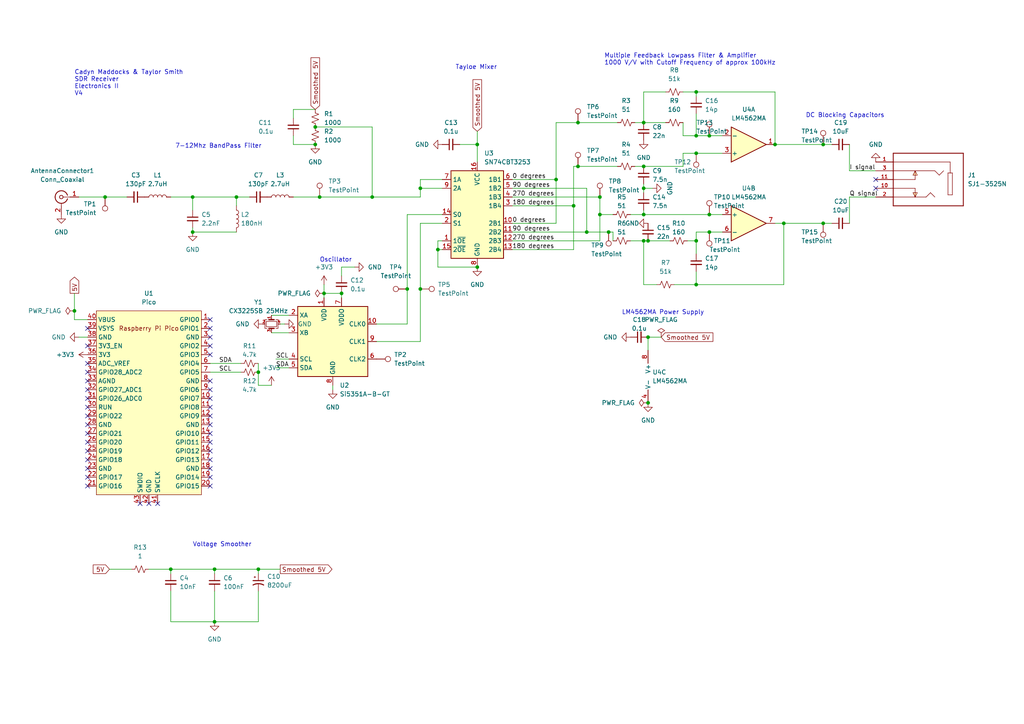
<source format=kicad_sch>
(kicad_sch (version 20211123) (generator eeschema)
  (paper "A4")
  (title_block (title "SDR Receiver"))
  (lib_symbols
    (symbol "Amplifier_Operational:LM2904" (pin_names (offset 0.127))
      (property "Reference" "U" (at 0 5.08 0))
      (property "Value" "LM2904" (at 0 -5.08 0))
      (symbol "LM2904_1_1"
        (polyline (pts (xy -5.08 5.08) (xy 5.08 0) (xy -5.08 -5.08) (xy -5.08 5.08)) (stroke (width 0.254)) (fill (type background)))
        (pin output line (at 7.62 0 180) (length 2.54) (name "~") (number "1"))
        (pin input line (at -7.62 -2.54 0) (length 2.54) (name "-") (number "2"))
        (pin input line (at -7.62 2.54 0) (length 2.54) (name "+") (number "3"))
      )
      (symbol "LM2904_2_1"
        (polyline (pts (xy -5.08 5.08) (xy 5.08 0) (xy -5.08 -5.08) (xy -5.08 5.08)) (stroke (width 0.254)) (fill (type background)))
        (pin input line (at -7.62 2.54 0) (length 2.54) (name "+") (number "5"))
        (pin input line (at -7.62 -2.54 0) (length 2.54) (name "-") (number "6"))
        (pin output line (at 7.62 0 180) (length 2.54) (name "~") (number "7"))
      )
      (symbol "LM2904_3_1"
        (pin power_in line (at -2.54 -7.62 90) (length 3.81) (name "V-") (number "4"))
        (pin power_in line (at -2.54 7.62 270) (length 3.81) (name "V+") (number "8"))
      )
    )
    (symbol "Analog_Switch:SN74CBT3253"
      (property "Reference" "U" (at -7.62 13.97 0))
      (property "Value" "SN74CBT3253" (at -11.43 -13.97 0))
      (symbol "SN74CBT3253_0_1"
        (rectangle (start -7.62 12.7) (end 7.62 -12.7) (stroke (width 0.254)) (fill (type background)))
        (rectangle (start 7.62 -12.7) (end 7.62 -12.7))
      )
      (symbol "SN74CBT3253_1_1"
        (pin input line (at -10.16 -7.62 0) (length 2.54) (name "1~{OE}") (number "1"))
        (pin bidirectional line (at 10.16 -2.54 180) (length 2.54) (name "2B1") (number "10"))
        (pin bidirectional line (at 10.16 -5.08 180) (length 2.54) (name "2B2") (number "11"))
        (pin bidirectional line (at 10.16 -7.62 180) (length 2.54) (name "2B3") (number "12"))
        (pin bidirectional line (at 10.16 -10.16 180) (length 2.54) (name "2B4") (number "13"))
        (pin input line (at -10.16 0 0) (length 2.54) (name "S0") (number "14"))
        (pin input line (at -10.16 -10.16 0) (length 2.54) (name "2~{OE}") (number "15"))
        (pin power_in line (at 0 15.24 270) (length 2.54) (name "VCC") (number "16"))
        (pin input line (at -10.16 -2.54 0) (length 2.54) (name "S1") (number "2"))
        (pin bidirectional line (at 10.16 2.54 180) (length 2.54) (name "1B4") (number "3"))
        (pin bidirectional line (at 10.16 5.08 180) (length 2.54) (name "1B3") (number "4"))
        (pin bidirectional line (at 10.16 7.62 180) (length 2.54) (name "1B2") (number "5"))
        (pin bidirectional line (at 10.16 10.16 180) (length 2.54) (name "1B1") (number "6"))
        (pin bidirectional line (at -10.16 10.16 0) (length 2.54) (name "1A") (number "7"))
        (pin power_in line (at 0 -15.24 90) (length 2.54) (name "GND") (number "8"))
        (pin bidirectional line (at -10.16 7.62 0) (length 2.54) (name "2A") (number "9"))
      )
    )
    (symbol "Audio_Jack_Sterio3:SJ1-3525N" (pin_names (offset 1.016) hide)
      (property "Reference" "J" (at -10.16 10.16 0))
      (property "Value" "SJ1-3525N" (at -10.16 -12.7254 0))
      (symbol "SJ1-3525N_0_0"
        (polyline (pts (xy -10.16 -7.62) (xy 10.16 -7.62)) (stroke (width 0.254)))
        (polyline (pts (xy -10.16 7.62) (xy -10.16 -7.62)) (stroke (width 0.254)))
        (polyline (pts (xy -6.985 -4.445) (xy -6.985 1.905)) (stroke (width 0.1524)))
        (polyline (pts (xy -6.985 1.905) (xy -6.35 1.905)) (stroke (width 0.1524)))
        (polyline (pts (xy -6.35 1.905) (xy -5.715 1.905)) (stroke (width 0.1524)))
        (polyline (pts (xy -6.35 5.08) (xy -6.35 1.905)) (stroke (width 0.1524)))
        (polyline (pts (xy -5.715 -4.445) (xy -6.985 -4.445)) (stroke (width 0.1524)))
        (polyline (pts (xy -5.715 1.905) (xy -5.715 -4.445)) (stroke (width 0.1524)))
        (polyline (pts (xy -3.175 1.27) (xy -4.445 2.54)) (stroke (width 0.1524)))
        (polyline (pts (xy -1.905 2.54) (xy -3.175 1.27)) (stroke (width 0.1524)))
        (polyline (pts (xy -0.635 -3.81) (xy -1.905 -5.08)) (stroke (width 0.1524)))
        (polyline (pts (xy 0.635 -5.08) (xy -0.635 -3.81)) (stroke (width 0.1524)))
        (polyline (pts (xy 3.81 -5.08) (xy 0.635 -5.08)) (stroke (width 0.1524)))
        (polyline (pts (xy 3.81 -2.54) (xy 3.81 -5.08)) (stroke (width 0.1524)))
        (polyline (pts (xy 3.81 2.54) (xy -1.905 2.54)) (stroke (width 0.1524)))
        (polyline (pts (xy 3.81 2.54) (xy 3.81 0)) (stroke (width 0.1524)))
        (polyline (pts (xy 10.16 -7.62) (xy 10.16 -5.08)) (stroke (width 0.254)))
        (polyline (pts (xy 10.16 -5.08) (xy 3.81 -5.08)) (stroke (width 0.1524)))
        (polyline (pts (xy 10.16 -5.08) (xy 10.16 -2.54)) (stroke (width 0.254)))
        (polyline (pts (xy 10.16 -2.54) (xy 3.81 -2.54)) (stroke (width 0.1524)))
        (polyline (pts (xy 10.16 -2.54) (xy 10.16 0)) (stroke (width 0.254)))
        (polyline (pts (xy 10.16 0) (xy 3.81 0)) (stroke (width 0.1524)))
        (polyline (pts (xy 10.16 0) (xy 10.16 2.54)) (stroke (width 0.254)))
        (polyline (pts (xy 10.16 2.54) (xy 3.81 2.54)) (stroke (width 0.1524)))
        (polyline (pts (xy 10.16 2.54) (xy 10.16 5.08)) (stroke (width 0.254)))
        (polyline (pts (xy 10.16 5.08) (xy -6.35 5.08)) (stroke (width 0.1524)))
        (polyline (pts (xy 10.16 5.08) (xy 10.16 7.62)) (stroke (width 0.254)))
        (polyline (pts (xy 10.16 7.62) (xy -10.16 7.62)) (stroke (width 0.254)))
        (polyline (pts (xy 3.81 -5.08) (xy 3.175 -3.81) (xy 4.445 -3.81) (xy 3.81 -5.08)) (stroke (width 0.1524)) (fill (type background)))
        (polyline (pts (xy 3.81 2.54) (xy 4.445 1.27) (xy 3.175 1.27) (xy 3.81 2.54)) (stroke (width 0.1524)) (fill (type background)))
        (pin passive line (at 15.24 5.08 180) (length 5.08) (name "~") (number "1"))
        (pin passive line (at 15.24 -2.54 180) (length 5.08) (name "~") (number "10"))
        (pin passive line (at 15.24 0 180) (length 5.08) (name "~") (number "11"))
        (pin passive line (at 15.24 -5.08 180) (length 5.08) (name "~") (number "2"))
        (pin passive line (at 15.24 2.54 180) (length 5.08) (name "~") (number "3"))
      )
    )
    (symbol "Connector:Conn_Coaxial" (pin_names (offset 1.016) hide)
      (property "Reference" "J" (at 0.254 3.048 0))
      (property "Value" "Conn_Coaxial" (at 2.921 0 90))
      (symbol "Conn_Coaxial_0_1"
        (arc (start -1.778 -0.508) (mid 0.2311 -1.8066) (end 1.778 0) (stroke (width 0.254)))
        (polyline (pts (xy -2.54 0) (xy -0.508 0)))
        (polyline (pts (xy 0 -2.54) (xy 0 -1.778)))
        (circle (center 0 0) (radius 0.508) (stroke (width 0.2032)))
        (arc (start 1.778 0) (mid 0.2099 1.8101) (end -1.778 0.508) (stroke (width 0.254)))
      )
      (symbol "Conn_Coaxial_1_1"
        (pin passive line (at -5.08 0 0) (length 2.54) (name "In") (number "1"))
        (pin passive line (at 0 -5.08 90) (length 2.54) (name "Ext") (number "2"))
      )
    )
    (symbol "Connector:TestPoint" (pin_numbers hide) (pin_names (offset 0.762) hide)
      (property "Reference" "TP" (at 0 6.858 0))
      (property "Value" "TestPoint" (at 0 5.08 0))
      (symbol "TestPoint_0_1"
        (circle (center 0 3.302) (radius 0.762))
      )
      (symbol "TestPoint_1_1"
        (pin passive line (at 0 0 90) (length 2.54) (name "1") (number "1"))
      )
    )
    (symbol "Device:C_Polarized_Small_US" (pin_numbers hide) (pin_names (offset 0.254) hide)
      (property "Reference" "C" (at 0.254 1.778 0))
      (property "Value" "C_Polarized_Small_US" (at 0.254 -2.032 0))
      (symbol "C_Polarized_Small_US_0_1"
        (polyline (pts (xy -1.524 0.508) (xy 1.524 0.508)) (stroke (width 0.3048)))
        (polyline (pts (xy -1.27 1.524) (xy -0.762 1.524)))
        (polyline (pts (xy -1.016 1.27) (xy -1.016 1.778)))
        (arc (start 1.524 -0.762) (mid 0 -0.3734) (end -1.524 -0.762) (stroke (width 0.3048)))
      )
      (symbol "C_Polarized_Small_US_1_1"
        (pin passive line (at 0 2.54 270) (length 2.032) (name "~") (number "1"))
        (pin passive line (at 0 -2.54 90) (length 2.032) (name "~") (number "2"))
      )
    )
    (symbol "Device:C_Small" (pin_numbers hide) (pin_names (offset 0.254) hide)
      (property "Reference" "C" (at 0.254 1.778 0))
      (property "Value" "C_Small" (at 0.254 -2.032 0))
      (symbol "C_Small_0_1"
        (polyline (pts (xy -1.524 -0.508) (xy 1.524 -0.508)) (stroke (width 0.3302)))
        (polyline (pts (xy -1.524 0.508) (xy 1.524 0.508)) (stroke (width 0.3048)))
      )
      (symbol "C_Small_1_1"
        (pin passive line (at 0 2.54 270) (length 2.032) (name "~") (number "1"))
        (pin passive line (at 0 -2.54 90) (length 2.032) (name "~") (number "2"))
      )
    )
    (symbol "Device:Crystal_GND24_Small" (pin_names (offset 1.016) hide)
      (property "Reference" "Y" (at 1.27 4.445 0))
      (property "Value" "Crystal_GND24_Small" (at 1.27 2.54 0))
      (symbol "Crystal_GND24_Small_0_1"
        (rectangle (start -0.762 -1.524) (end 0.762 1.524))
        (polyline (pts (xy -1.27 -0.762) (xy -1.27 0.762)) (stroke (width 0.381)))
        (polyline (pts (xy 1.27 -0.762) (xy 1.27 0.762)) (stroke (width 0.381)))
        (polyline (pts (xy -1.27 -1.27) (xy -1.27 -1.905) (xy 1.27 -1.905) (xy 1.27 -1.27)))
        (polyline (pts (xy -1.27 1.27) (xy -1.27 1.905) (xy 1.27 1.905) (xy 1.27 1.27)))
      )
      (symbol "Crystal_GND24_Small_1_1"
        (pin passive line (at -2.54 0 0) (length 1.27) (name "1") (number "1"))
        (pin passive line (at 0 -2.54 90) (length 0.635) (name "2") (number "2"))
        (pin passive line (at 2.54 0 180) (length 1.27) (name "3") (number "3"))
        (pin passive line (at 0 2.54 270) (length 0.635) (name "4") (number "4"))
      )
    )
    (symbol "Device:L" (pin_numbers hide) (pin_names (offset 1.016) hide)
      (property "Reference" "L" (at -1.27 0 90))
      (property "Value" "L" (at 1.905 0 90))
      (symbol "L_0_1"
        (arc (start 0 -2.54) (mid 0.635 -1.905) (end 0 -1.27))
        (arc (start 0 -1.27) (mid 0.635 -0.635) (end 0 0))
        (arc (start 0 0) (mid 0.635 0.635) (end 0 1.27))
        (arc (start 0 1.27) (mid 0.635 1.905) (end 0 2.54))
      )
      (symbol "L_1_1"
        (pin passive line (at 0 3.81 270) (length 1.27) (name "1") (number "1"))
        (pin passive line (at 0 -3.81 90) (length 1.27) (name "2") (number "2"))
      )
    )
    (symbol "Device:R_Small_US" (pin_numbers hide) (pin_names (offset 0.254) hide)
      (property "Reference" "R" (at 0.762 0.508 0))
      (property "Value" "R_Small_US" (at 0.762 -1.016 0))
      (symbol "R_Small_US_1_1"
        (polyline (pts (xy 0 0) (xy 1.016 -0.381) (xy 0 -0.762) (xy -1.016 -1.143) (xy 0 -1.524)))
        (polyline (pts (xy 0 1.524) (xy 1.016 1.143) (xy 0 0.762) (xy -1.016 0.381) (xy 0 0)))
        (pin passive line (at 0 2.54 270) (length 1.016) (name "~") (number "1"))
        (pin passive line (at 0 -2.54 90) (length 1.016) (name "~") (number "2"))
      )
    )
    (symbol "MCU_RaspberryPi_and_Boards:Pico"
      (property "Reference" "U" (at -13.97 27.94 0))
      (property "Value" "Pico" (at 0 19.05 0))
      (symbol "Pico_0_0"
        (text "Raspberry Pi Pico" (at 0 21.59 0) (effects (font (size 1.27 1.27))))
      )
      (symbol "Pico_0_1"
        (rectangle (start -15.24 26.67) (end 15.24 -26.67) (fill (type background)))
      )
      (symbol "Pico_1_1"
        (pin bidirectional line (at -17.78 24.13 0) (length 2.54) (name "GPIO0") (number "1"))
        (pin bidirectional line (at -17.78 1.27 0) (length 2.54) (name "GPIO7") (number "10"))
        (pin bidirectional line (at -17.78 -1.27 0) (length 2.54) (name "GPIO8") (number "11"))
        (pin bidirectional line (at -17.78 -3.81 0) (length 2.54) (name "GPIO9") (number "12"))
        (pin power_in line (at -17.78 -6.35 0) (length 2.54) (name "GND") (number "13"))
        (pin bidirectional line (at -17.78 -8.89 0) (length 2.54) (name "GPIO10") (number "14"))
        (pin bidirectional line (at -17.78 -11.43 0) (length 2.54) (name "GPIO11") (number "15"))
        (pin bidirectional line (at -17.78 -13.97 0) (length 2.54) (name "GPIO12") (number "16"))
        (pin bidirectional line (at -17.78 -16.51 0) (length 2.54) (name "GPIO13") (number "17"))
        (pin power_in line (at -17.78 -19.05 0) (length 2.54) (name "GND") (number "18"))
        (pin bidirectional line (at -17.78 -21.59 0) (length 2.54) (name "GPIO14") (number "19"))
        (pin bidirectional line (at -17.78 21.59 0) (length 2.54) (name "GPIO1") (number "2"))
        (pin bidirectional line (at -17.78 -24.13 0) (length 2.54) (name "GPIO15") (number "20"))
        (pin bidirectional line (at 17.78 -24.13 180) (length 2.54) (name "GPIO16") (number "21"))
        (pin bidirectional line (at 17.78 -21.59 180) (length 2.54) (name "GPIO17") (number "22"))
        (pin power_in line (at 17.78 -19.05 180) (length 2.54) (name "GND") (number "23"))
        (pin bidirectional line (at 17.78 -16.51 180) (length 2.54) (name "GPIO18") (number "24"))
        (pin bidirectional line (at 17.78 -13.97 180) (length 2.54) (name "GPIO19") (number "25"))
        (pin bidirectional line (at 17.78 -11.43 180) (length 2.54) (name "GPIO20") (number "26"))
        (pin bidirectional line (at 17.78 -8.89 180) (length 2.54) (name "GPIO21") (number "27"))
        (pin power_in line (at 17.78 -6.35 180) (length 2.54) (name "GND") (number "28"))
        (pin bidirectional line (at 17.78 -3.81 180) (length 2.54) (name "GPIO22") (number "29"))
        (pin power_in line (at -17.78 19.05 0) (length 2.54) (name "GND") (number "3"))
        (pin input line (at 17.78 -1.27 180) (length 2.54) (name "RUN") (number "30"))
        (pin bidirectional line (at 17.78 1.27 180) (length 2.54) (name "GPIO26_ADC0") (number "31"))
        (pin bidirectional line (at 17.78 3.81 180) (length 2.54) (name "GPIO27_ADC1") (number "32"))
        (pin power_in line (at 17.78 6.35 180) (length 2.54) (name "AGND") (number "33"))
        (pin bidirectional line (at 17.78 8.89 180) (length 2.54) (name "GPIO28_ADC2") (number "34"))
        (pin power_in line (at 17.78 11.43 180) (length 2.54) (name "ADC_VREF") (number "35"))
        (pin power_in line (at 17.78 13.97 180) (length 2.54) (name "3V3") (number "36"))
        (pin input line (at 17.78 16.51 180) (length 2.54) (name "3V3_EN") (number "37"))
        (pin bidirectional line (at 17.78 19.05 180) (length 2.54) (name "GND") (number "38"))
        (pin power_in line (at 17.78 21.59 180) (length 2.54) (name "VSYS") (number "39"))
        (pin bidirectional line (at -17.78 16.51 0) (length 2.54) (name "GPIO2") (number "4"))
        (pin power_in line (at 17.78 24.13 180) (length 2.54) (name "VBUS") (number "40"))
        (pin input line (at -2.54 -29.21 90) (length 2.54) (name "SWCLK") (number "41"))
        (pin power_in line (at 0 -29.21 90) (length 2.54) (name "GND") (number "42"))
        (pin bidirectional line (at 2.54 -29.21 90) (length 2.54) (name "SWDIO") (number "43"))
        (pin bidirectional line (at -17.78 13.97 0) (length 2.54) (name "GPIO3") (number "5"))
        (pin bidirectional line (at -17.78 11.43 0) (length 2.54) (name "GPIO4") (number "6"))
        (pin bidirectional line (at -17.78 8.89 0) (length 2.54) (name "GPIO5") (number "7"))
        (pin power_in line (at -17.78 6.35 0) (length 2.54) (name "GND") (number "8"))
        (pin bidirectional line (at -17.78 3.81 0) (length 2.54) (name "GPIO6") (number "9"))
      )
    )
    (symbol "Oscillator:Si5351A-B-GT"
      (property "Reference" "U" (at -8.89 11.43 0))
      (property "Value" "Si5351A-B-GT" (at -12.7 -12.7 0))
      (symbol "Si5351A-B-GT_0_1"
        (rectangle (start -10.16 10.16) (end 10.16 -10.16) (stroke (width 0.254)) (fill (type background)))
      )
      (symbol "Si5351A-B-GT_1_1"
        (pin power_in line (at -2.54 12.7 270) (length 2.54) (name "VDD") (number "1"))
        (pin output line (at 12.7 5.08 180) (length 2.54) (name "CLK0") (number "10"))
        (pin input line (at -12.7 7.62 0) (length 2.54) (name "XA") (number "2"))
        (pin input line (at -12.7 2.54 0) (length 2.54) (name "XB") (number "3"))
        (pin input line (at -12.7 -5.08 0) (length 2.54) (name "SCL") (number "4"))
        (pin bidirectional line (at -12.7 -7.62 0) (length 2.54) (name "SDA") (number "5"))
        (pin output line (at 12.7 -5.08 180) (length 2.54) (name "CLK2") (number "6"))
        (pin power_in line (at 2.54 12.7 270) (length 2.54) (name "VDDO") (number "7"))
        (pin power_in line (at 0 -12.7 90) (length 2.54) (name "GND") (number "8"))
        (pin output line (at 12.7 0 180) (length 2.54) (name "CLK1") (number "9"))
      )
    )
    (symbol "power:+3.3V" (power) (pin_names (offset 0))
      (property "Value" "+3.3V" (at 0 3.556 0))
      (symbol "+3.3V_0_1"
        (polyline (pts (xy -0.762 1.27) (xy 0 2.54)))
        (polyline (pts (xy 0 0) (xy 0 2.54)))
        (polyline (pts (xy 0 2.54) (xy 0.762 1.27)))
      )
      (symbol "+3.3V_1_1"
        (pin power_in line (at 0 0 90) (length 0) hide (name "+3V3") (number "1"))
      )
    )
    (symbol "power:GND" (power) (pin_names (offset 0))
      (property "Value" "GND" (at 0 -3.81 0))
      (symbol "GND_0_1"
        (polyline (pts (xy 0 0) (xy 0 -1.27) (xy 1.27 -1.27) (xy 0 -2.54) (xy -1.27 -1.27) (xy 0 -1.27)))
      )
      (symbol "GND_1_1"
        (pin power_in line (at 0 0 270) (length 0) hide (name "GND") (number "1"))
      )
    )
    (symbol "power:PWR_FLAG" (power) (pin_numbers hide) (pin_names (offset 0) hide)
      (property "Value" "PWR_FLAG" (at 0 3.81 0))
      (symbol "PWR_FLAG_0_0"
        (pin power_out line (at 0 0 90) (length 0) (name "pwr") (number "1"))
      )
      (symbol "PWR_FLAG_0_1"
        (polyline (pts (xy 0 0) (xy 0 1.27) (xy -1.016 1.905) (xy 0 2.54) (xy 1.016 1.905) (xy 0 1.27)))
      )
    )
  )
  (junction (at 238.76 41.91))
  (junction (at 107.95 57.15))
  (junction (at 170.18 67.31))
  (junction (at 138.43 41.91))
  (junction (at 176.53 67.31))
  (junction (at 166.37 59.69))
  (junction (at 186.69 69.85))
  (junction (at 201.93 39.37))
  (junction (at 187.96 69.85))
  (junction (at 238.76 64.77))
  (junction (at 55.88 57.15))
  (junction (at 227.33 64.77))
  (junction (at 187.96 97.79))
  (junction (at 91.44 36.83))
  (junction (at 138.43 77.47))
  (junction (at 201.93 69.85))
  (junction (at 201.93 44.45))
  (junction (at 62.23 165.1))
  (junction (at 30.48 57.15))
  (junction (at 91.44 41.91))
  (junction (at 186.69 48.26))
  (junction (at 205.74 67.31))
  (junction (at 118.11 83.82))
  (junction (at 205.74 39.37))
  (junction (at 62.23 180.34))
  (junction (at 205.74 62.23))
  (junction (at 161.29 52.07))
  (junction (at 121.92 54.61))
  (junction (at 201.93 26.67))
  (junction (at 74.93 107.95))
  (junction (at 186.69 62.23))
  (junction (at 74.93 165.1))
  (junction (at 55.88 67.31))
  (junction (at 224.79 41.91))
  (junction (at 186.69 35.56))
  (junction (at 92.71 57.15))
  (junction (at 99.06 85.09))
  (junction (at 186.69 54.61))
  (junction (at 173.99 62.23))
  (junction (at 187.96 116.84))
  (junction (at 93.98 85.09))
  (junction (at 201.93 82.55))
  (junction (at 68.58 57.15))
  (junction (at 167.64 35.56))
  (junction (at 167.64 48.26))
  (junction (at 121.92 83.82))
  (junction (at 21.59 90.17))
  (junction (at 127 72.39))
  (junction (at 173.99 57.15))
  (junction (at 49.53 165.1))
  (no_connect (at 25.4 100.33))
  (no_connect (at 25.4 105.41))
  (no_connect (at 60.96 102.87))
  (no_connect (at 60.96 100.33))
  (no_connect (at 60.96 97.79))
  (no_connect (at 60.96 95.25))
  (no_connect (at 60.96 92.71))
  (no_connect (at 25.4 107.95))
  (no_connect (at 25.4 115.57))
  (no_connect (at 25.4 113.03))
  (no_connect (at 25.4 110.49))
  (no_connect (at 25.4 123.19))
  (no_connect (at 25.4 125.73))
  (no_connect (at 25.4 118.11))
  (no_connect (at 25.4 120.65))
  (no_connect (at 25.4 140.97))
  (no_connect (at 25.4 138.43))
  (no_connect (at 25.4 128.27))
  (no_connect (at 25.4 130.81))
  (no_connect (at 25.4 133.35))
  (no_connect (at 25.4 135.89))
  (no_connect (at 254 54.61))
  (no_connect (at 254 52.07))
  (no_connect (at 60.96 113.03))
  (no_connect (at 60.96 110.49))
  (no_connect (at 45.72 146.05))
  (no_connect (at 40.64 146.05))
  (no_connect (at 43.18 146.05))
  (no_connect (at 60.96 115.57))
  (no_connect (at 60.96 118.11))
  (no_connect (at 60.96 120.65))
  (no_connect (at 60.96 123.19))
  (no_connect (at 60.96 133.35))
  (no_connect (at 60.96 130.81))
  (no_connect (at 60.96 128.27))
  (no_connect (at 60.96 125.73))
  (no_connect (at 60.96 135.89))
  (no_connect (at 60.96 138.43))
  (no_connect (at 60.96 140.97))
  (no_connect (at 25.4 95.25))
  (wire (pts (xy 128.27 69.85) (xy 127 69.85)))
  (wire (pts (xy 60.96 105.41) (xy 69.85 105.41)))
  (wire (pts (xy 182.88 69.85) (xy 186.69 69.85)))
  (wire (pts (xy 238.76 64.77) (xy 241.3 64.77)))
  (wire (pts (xy 78.74 91.44) (xy 83.82 91.44)))
  (wire (pts (xy 184.15 35.56) (xy 186.69 35.56)))
  (wire (pts (xy 246.38 41.91) (xy 246.38 49.53)))
  (wire (pts (xy 121.92 54.61) (xy 121.92 57.15)))
  (wire (pts (xy 224.79 41.91) (xy 238.76 41.91)))
  (wire (pts (xy 91.44 36.83) (xy 107.95 36.83)))
  (wire (pts (xy 182.88 62.23) (xy 186.69 62.23)))
  (wire (pts (xy 85.09 57.15) (xy 92.71 57.15)))
  (wire (pts (xy 198.12 48.26) (xy 198.12 44.45)))
  (wire (pts (xy 49.53 57.15) (xy 55.88 57.15)))
  (wire (pts (xy 227.33 64.77) (xy 238.76 64.77)))
  (wire (pts (xy 80.01 104.14) (xy 83.82 104.14)))
  (wire (pts (xy 30.48 57.15) (xy 36.83 57.15)))
  (wire (pts (xy 184.15 48.26) (xy 186.69 48.26)))
  (wire (pts (xy 186.69 26.67) (xy 186.69 35.56)))
  (wire (pts (xy 224.79 64.77) (xy 227.33 64.77)))
  (wire (pts (xy 238.76 41.91) (xy 241.3 41.91)))
  (wire (pts (xy 93.98 85.09) (xy 93.98 86.36)))
  (wire (pts (xy 201.93 26.67) (xy 201.93 27.94)))
  (wire (pts (xy 74.93 165.1) (xy 74.93 166.37)))
  (wire (pts (xy 186.69 53.34) (xy 186.69 54.61)))
  (wire (pts (xy 166.37 59.69) (xy 166.37 48.26)))
  (wire (pts (xy 74.93 107.95) (xy 74.93 111.76)))
  (wire (pts (xy 74.93 180.34) (xy 62.23 180.34)))
  (wire (pts (xy 246.38 49.53) (xy 254 49.53)))
  (wire (pts (xy 201.93 67.31) (xy 201.93 69.85)))
  (wire (pts (xy 21.59 85.09) (xy 21.59 90.17)))
  (wire (pts (xy 118.11 62.23) (xy 128.27 62.23)))
  (wire (pts (xy 107.95 57.15) (xy 121.92 57.15)))
  (wire (pts (xy 127 72.39) (xy 128.27 72.39)))
  (wire (pts (xy 85.09 31.75) (xy 91.44 31.75)))
  (wire (pts (xy 49.53 180.34) (xy 49.53 171.45)))
  (wire (pts (xy 209.55 67.31) (xy 205.74 67.31)))
  (wire (pts (xy 161.29 64.77) (xy 161.29 52.07)))
  (wire (pts (xy 85.09 39.37) (xy 85.09 41.91)))
  (wire (pts (xy 74.93 171.45) (xy 74.93 180.34)))
  (wire (pts (xy 31.75 165.1) (xy 38.1 165.1)))
  (wire (pts (xy 62.23 165.1) (xy 62.23 166.37)))
  (wire (pts (xy 167.64 48.26) (xy 179.07 48.26)))
  (wire (pts (xy 80.01 106.68) (xy 83.82 106.68)))
  (wire (pts (xy 22.86 97.79) (xy 25.4 97.79)))
  (wire (pts (xy 43.18 165.1) (xy 49.53 165.1)))
  (wire (pts (xy 109.22 93.98) (xy 118.11 93.98)))
  (wire (pts (xy 201.93 39.37) (xy 205.74 39.37)))
  (wire (pts (xy 99.06 77.47) (xy 102.87 77.47)))
  (wire (pts (xy 74.93 105.41) (xy 74.93 107.95)))
  (wire (pts (xy 205.74 62.23) (xy 209.55 62.23)))
  (wire (pts (xy 121.92 52.07) (xy 121.92 54.61)))
  (wire (pts (xy 161.29 52.07) (xy 161.29 35.56)))
  (wire (pts (xy 118.11 83.82) (xy 118.11 62.23)))
  (wire (pts (xy 187.96 69.85) (xy 194.31 69.85)))
  (wire (pts (xy 68.58 57.15) (xy 68.58 59.69)))
  (wire (pts (xy 121.92 52.07) (xy 128.27 52.07)))
  (wire (pts (xy 49.53 165.1) (xy 49.53 166.37)))
  (wire (pts (xy 55.88 57.15) (xy 55.88 60.96)))
  (wire (pts (xy 198.12 44.45) (xy 201.93 44.45)))
  (wire (pts (xy 93.98 82.55) (xy 93.98 85.09)))
  (wire (pts (xy 21.59 90.17) (xy 21.59 92.71)))
  (wire (pts (xy 166.37 72.39) (xy 166.37 59.69)))
  (wire (pts (xy 170.18 67.31) (xy 176.53 67.31)))
  (wire (pts (xy 193.04 26.67) (xy 186.69 26.67)))
  (wire (pts (xy 186.69 69.85) (xy 186.69 82.55)))
  (wire (pts (xy 121.92 54.61) (xy 128.27 54.61)))
  (wire (pts (xy 201.93 33.02) (xy 201.93 39.37)))
  (wire (pts (xy 186.69 48.26) (xy 198.12 48.26)))
  (wire (pts (xy 186.69 54.61) (xy 189.23 54.61)))
  (wire (pts (xy 99.06 86.36) (xy 99.06 85.09)))
  (wire (pts (xy 227.33 64.77) (xy 227.33 82.55)))
  (wire (pts (xy 170.18 54.61) (xy 170.18 67.31)))
  (wire (pts (xy 186.69 62.23) (xy 205.74 62.23)))
  (wire (pts (xy 62.23 165.1) (xy 74.93 165.1)))
  (wire (pts (xy 205.74 67.31) (xy 201.93 67.31)))
  (wire (pts (xy 148.59 52.07) (xy 161.29 52.07)))
  (wire (pts (xy 55.88 67.31) (xy 55.88 66.04)))
  (wire (pts (xy 68.58 67.31) (xy 55.88 67.31)))
  (wire (pts (xy 62.23 180.34) (xy 49.53 180.34)))
  (wire (pts (xy 81.28 93.98) (xy 82.55 93.98)))
  (wire (pts (xy 186.69 35.56) (xy 193.04 35.56)))
  (wire (pts (xy 198.12 39.37) (xy 198.12 35.56)))
  (wire (pts (xy 127 69.85) (xy 127 72.39)))
  (wire (pts (xy 148.59 67.31) (xy 170.18 67.31)))
  (wire (pts (xy 148.59 64.77) (xy 161.29 64.77)))
  (wire (pts (xy 224.79 26.67) (xy 224.79 41.91)))
  (wire (pts (xy 191.77 97.79) (xy 187.96 97.79)))
  (wire (pts (xy 85.09 41.91) (xy 91.44 41.91)))
  (wire (pts (xy 148.59 72.39) (xy 166.37 72.39)))
  (wire (pts (xy 199.39 69.85) (xy 201.93 69.85)))
  (wire (pts (xy 148.59 54.61) (xy 170.18 54.61)))
  (wire (pts (xy 173.99 57.15) (xy 173.99 62.23)))
  (wire (pts (xy 93.98 85.09) (xy 99.06 85.09)))
  (wire (pts (xy 74.93 111.76) (xy 78.74 111.76)))
  (wire (pts (xy 121.92 83.82) (xy 121.92 64.77)))
  (wire (pts (xy 176.53 67.31) (xy 177.8 67.31)))
  (wire (pts (xy 173.99 62.23) (xy 177.8 62.23)))
  (wire (pts (xy 138.43 41.91) (xy 138.43 46.99)))
  (wire (pts (xy 173.99 62.23) (xy 173.99 69.85)))
  (wire (pts (xy 78.74 96.52) (xy 83.82 96.52)))
  (wire (pts (xy 227.33 82.55) (xy 201.93 82.55)))
  (wire (pts (xy 121.92 64.77) (xy 128.27 64.77)))
  (wire (pts (xy 148.59 59.69) (xy 166.37 59.69)))
  (wire (pts (xy 246.38 57.15) (xy 254 57.15)))
  (wire (pts (xy 62.23 171.45) (xy 62.23 180.34)))
  (wire (pts (xy 186.69 62.23) (xy 186.69 60.96)))
  (wire (pts (xy 55.88 57.15) (xy 68.58 57.15)))
  (wire (pts (xy 201.93 44.45) (xy 209.55 44.45)))
  (wire (pts (xy 60.96 107.95) (xy 69.85 107.95)))
  (wire (pts (xy 96.52 113.03) (xy 96.52 111.76)))
  (wire (pts (xy 166.37 48.26) (xy 167.64 48.26)))
  (wire (pts (xy 21.59 92.71) (xy 25.4 92.71)))
  (wire (pts (xy 246.38 64.77) (xy 246.38 57.15)))
  (wire (pts (xy 127 72.39) (xy 127 77.47)))
  (wire (pts (xy 133.35 41.91) (xy 138.43 41.91)))
  (wire (pts (xy 161.29 35.56) (xy 167.64 35.56)))
  (wire (pts (xy 22.86 57.15) (xy 30.48 57.15)))
  (wire (pts (xy 99.06 80.01) (xy 99.06 77.47)))
  (wire (pts (xy 187.96 97.79) (xy 187.96 101.6)))
  (wire (pts (xy 74.93 165.1) (xy 81.28 165.1)))
  (wire (pts (xy 205.74 39.37) (xy 209.55 39.37)))
  (wire (pts (xy 177.8 67.31) (xy 177.8 69.85)))
  (wire (pts (xy 198.12 26.67) (xy 201.93 26.67)))
  (wire (pts (xy 109.22 99.06) (xy 121.92 99.06)))
  (wire (pts (xy 195.58 82.55) (xy 201.93 82.55)))
  (wire (pts (xy 186.69 69.85) (xy 187.96 69.85)))
  (wire (pts (xy 68.58 57.15) (xy 72.39 57.15)))
  (wire (pts (xy 148.59 57.15) (xy 173.99 57.15)))
  (wire (pts (xy 201.93 82.55) (xy 201.93 78.74)))
  (wire (pts (xy 118.11 93.98) (xy 118.11 83.82)))
  (wire (pts (xy 186.69 82.55) (xy 190.5 82.55)))
  (wire (pts (xy 201.93 69.85) (xy 201.93 73.66)))
  (wire (pts (xy 201.93 26.67) (xy 224.79 26.67)))
  (wire (pts (xy 138.43 38.1) (xy 138.43 41.91)))
  (wire (pts (xy 127 77.47) (xy 138.43 77.47)))
  (wire (pts (xy 107.95 36.83) (xy 107.95 57.15)))
  (wire (pts (xy 49.53 165.1) (xy 62.23 165.1)))
  (wire (pts (xy 85.09 34.29) (xy 85.09 31.75)))
  (wire (pts (xy 167.64 35.56) (xy 179.07 35.56)))
  (wire (pts (xy 92.71 57.15) (xy 107.95 57.15)))
  (wire (pts (xy 198.12 39.37) (xy 201.93 39.37)))
  (wire (pts (xy 148.59 69.85) (xy 173.99 69.85)))
  (wire (pts (xy 186.69 54.61) (xy 186.69 55.88)))
  (wire (pts (xy 121.92 99.06) (xy 121.92 83.82)))
  (text "Multiple Feedback Lowpass Filter & Amplifier\n1000 V/V with Cutoff Frequency of approx 100kHz\n" (at 175.26 19.05 0) (effects (font (size 1.27 1.27)) (justify left bottom)))
  (text "Oscillator\n" (at 92.71 76.2 0) (effects (font (size 1.27 1.27)) (justify left bottom)))
  (text "LM4562MA Power Supply" (at 180.34 91.44 0) (effects (font (size 1.27 1.27)) (justify left bottom)))
  (text "Tayloe Mixer\n" (at 132.08 20.32 0) (effects (font (size 1.27 1.27)) (justify left bottom)))
  (text "7-12Mhz BandPass Filter\n" (at 50.8 43.18 0) (effects (font (size 1.27 1.27)) (justify left bottom)))
  (text "DC Blocking Capacitors\n" (at 233.68 34.29 0) (effects (font (size 1.27 1.27)) (justify left bottom)))
  (text "Voltage Smoother\n" (at 55.88 158.75 0) (effects (font (size 1.27 1.27)) (justify left bottom)))
  (text "Cadyn Maddocks & Taylor Smith\nSDR Receiver\nElectronics II\nV4\n" (at 21.59 27.94 0) (effects (font (size 1.27 1.27)) (justify left bottom)))
  (label "SDA" (at 80.01 106.68 0))
  (label "180 degrees" (at 148.59 59.69 0))
  (label "180 degrees" (at 148.59 72.39 0))
  (label "270 degrees" (at 148.59 57.15 0))
  (label "SCL" (at 63.5 107.95 0))
  (label "90 degrees" (at 148.59 54.61 0))
  (label "90 degrees" (at 148.59 67.31 0))
  (label "0 degrees" (at 148.59 64.77 0))
  (label "SDA" (at 63.5 105.41 0))
  (label "270 degrees" (at 148.59 69.85 0))
  (label "Q signal" (at 246.38 57.15 0))
  (label "0 degrees" (at 148.59 52.07 0))
  (label "I signal" (at 246.38 49.53 0))
  (label "SCL" (at 80.01 104.14 0))
  (global_label "5V" (shape input) (at 31.75 165.1 180) (property "Intersheet References" "${INTERSHEET_REFS}" (effects hide)))
  (global_label "Smoothed 5V" (shape input) (at 191.77 97.79 0) (property "Intersheet References" "${INTERSHEET_REFS}" (effects hide)))
  (global_label "Smoothed 5V" (shape output) (at 81.28 165.1 0) (property "Intersheet References" "${INTERSHEET_REFS}" (effects hide)))
  (global_label "5V" (shape output) (at 21.59 85.09 90) (property "Intersheet References" "${INTERSHEET_REFS}" (effects hide)))
  (global_label "Smoothed 5V" (shape input) (at 138.43 38.1 90) (property "Intersheet References" "${INTERSHEET_REFS}" (effects hide)))
  (global_label "Smoothed 5V" (shape input) (at 91.44 31.75 90) (property "Intersheet References" "${INTERSHEET_REFS}" (effects hide)))
  (symbol (lib_id "Connector:TestPoint") (at 205.74 67.31 180) (unit 1)
    (property "Reference" "TP11" (at 207.01 69.85 0) (effects (justify right)))
    (property "Value" "TestPoint" (at 205.74 72.39 0) (effects (justify right)))
    (property "Footprint" "TestPoint:TestPoint_THTPad_2.0x2.0mm_Drill1.0mm" (effects hide))
  )
  (symbol (lib_id "power:GND") (at 138.43 77.47 0) (unit 1)
    (property "Reference" "#PWR013" (effects hide))
    (property "Value" "GND" (at 138.43 82.55 0))
  )
  (symbol (lib_id "Device:C_Small") (at 185.42 97.79 90) (unit 1)
    (property "Reference" "C18" (at 185.42 92.71 90))
    (property "Value" "0.1u" (at 185.42 95.25 90))
    (property "Footprint" "Capacitor_SMD:C_0805_2012Metric" (effects hide))
    (property "Datasheet" "https://media.digikey.com/pdf/Data%20Sheets/Samsung%20PDFs/CL21B104KACNNNC_Spec.pdf" (effects hide))
  )
  (symbol (lib_id "power:PWR_FLAG") (at 21.59 90.17 90) (unit 1)
    (property "Reference" "#FLG0103" (effects hide))
    (property "Value" "PWR_FLAG" (at 17.78 90.1699 90) (effects (justify left)))
  )
  (symbol (lib_id "Device:L") (at 81.28 57.15 90) (unit 1)
    (property "Reference" "L3" (at 81.28 50.8 90))
    (property "Value" "2.7uH" (at 81.28 53.34 90))
    (property "Footprint" "Inductor_THT:L_Toroid_Vertical_L10.0mm_W5.0mm_P5.08mm" (effects hide))
    (property "Datasheet" "https://www.66pacific.com/calculators/toroid-coil-winding-calculator.aspx" (effects hide))
  )
  (symbol (lib_id "Device:R_Small_US") (at 91.44 39.37 0) (unit 1)
    (property "Reference" "R2" (at 93.98 38.0999 0) (effects (justify left)))
    (property "Value" "1000" (at 93.98 40.6399 0) (effects (justify left)))
    (property "Footprint" "Resistor_SMD:R_0805_2012Metric" (effects hide))
    (property "Datasheet" "https://www.vishay.com/docs/60125/pcan.pdf" (effects hide))
  )
  (symbol (lib_id "Device:C_Small") (at 186.69 58.42 0) (unit 1)
    (property "Reference" "C14" (at 189.23 57.1562 0) (effects (justify left)))
    (property "Value" "7.5n" (at 189.23 59.6962 0) (effects (justify left)))
    (property "Footprint" "Capacitor_SMD:C_0805_2012Metric" (effects hide))
    (property "Datasheet" "https://content.kemet.com/datasheets/KEM_C1003_C0G_SMD.pdf" (effects hide))
  )
  (symbol (lib_id "Device:C_Small") (at 187.96 67.31 0) (unit 1)
    (property "Reference" "C15" (at 190.5 66.0462 0) (effects (justify left)))
    (property "Value" "22n" (at 190.5 68.5862 0) (effects (justify left)))
    (property "Footprint" "Capacitor_SMD:C_0805_2012Metric" (effects hide))
    (property "Datasheet" "https://content.kemet.com/datasheets/KEM_C1090_X7R_ESD.pdf" (effects hide))
  )
  (symbol (lib_id "Connector:TestPoint") (at 167.64 35.56 0) (unit 1)
    (property "Reference" "TP6" (at 170.18 30.9879 0) (effects (justify left)))
    (property "Value" "TestPoint" (at 170.18 33.5279 0) (effects (justify left)))
    (property "Footprint" "TestPoint:TestPoint_THTPad_2.0x2.0mm_Drill1.0mm" (effects hide))
  )
  (symbol (lib_id "power:GND") (at 182.88 97.79 270) (unit 1)
    (property "Reference" "#PWR0102" (effects hide))
    (property "Value" "GND" (at 179.07 97.7899 90) (effects (justify right)))
  )
  (symbol (lib_id "Connector:TestPoint") (at 201.93 44.45 180) (unit 1)
    (property "Reference" "TP12" (at 195.58 46.99 0) (effects (justify right)))
    (property "Value" "TestPoint" (at 195.58 49.53 0) (effects (justify right)))
    (property "Footprint" "TestPoint:TestPoint_THTPad_2.0x2.0mm_Drill1.0mm" (effects hide))
  )
  (symbol (lib_id "power:GND") (at 189.23 54.61 90) (unit 1)
    (property "Reference" "#PWR015" (effects hide))
    (property "Value" "GND" (at 194.31 54.61 0))
  )
  (symbol (lib_id "Device:C_Small") (at 74.93 57.15 90) (unit 1)
    (property "Reference" "C7" (at 74.9363 50.8 90))
    (property "Value" "130pF" (at 74.9363 53.34 90))
    (property "Footprint" "Capacitor_SMD:C_0805_2012Metric" (effects hide))
    (property "Datasheet" "https://datasheets.kyocera-avx.com/C0GNP0-Dielectric.pdf" (effects hide))
  )
  (symbol (lib_id "Device:C_Small") (at 39.37 57.15 270) (unit 1)
    (property "Reference" "C3" (at 39.3636 50.8 90))
    (property "Value" "130pF" (at 39.3636 53.34 90))
    (property "Footprint" "Capacitor_SMD:C_0805_2012Metric" (effects hide))
    (property "Datasheet" "https://datasheets.kyocera-avx.com/C0GNP0-Dielectric.pdf" (effects hide))
  )
  (symbol (lib_id "Oscillator:Si5351A-B-GT") (at 96.52 99.06 0) (unit 1)
    (property "Reference" "U2" (at 98.5394 111.76 0) (effects (justify left)))
    (property "Value" "Si5351A-B-GT" (at 98.5394 114.3 0) (effects (justify left)))
    (property "Footprint" "Package_SO:MSOP-10_3x3mm_P0.5mm" (effects hide))
    (property "Datasheet" "https://www.silabs.com/documents/public/data-sheets/Si5351-B.pdf" (effects hide))
  )
  (symbol (lib_id "power:PWR_FLAG") (at 191.77 97.79 0) (unit 1)
    (property "Reference" "#FLG0101" (effects hide))
    (property "Value" "PWR_FLAG" (at 191.77 92.71 0))
  )
  (symbol (lib_id "Device:R_Small_US") (at 72.39 107.95 90) (unit 1)
    (property "Reference" "R12" (at 72.39 110.49 90))
    (property "Value" "4.7k" (at 72.39 113.03 90))
    (property "Footprint" "Resistor_SMD:R_0805_2012Metric" (effects hide))
    (property "Datasheet" "https://www.te.com/commerce/DocumentDelivery/DDEController?Action=srchrtrv&DocNm=1773204-3&DocType=DS&DocLang=English" (effects hide))
  )
  (symbol (lib_id "power:GND") (at 187.96 116.84 0) (unit 1)
    (property "Reference" "#PWR019" (effects hide))
    (property "Value" "GND" (at 187.96 121.92 0))
  )
  (symbol (lib_id "Device:C_Polarized_Small_US") (at 74.93 168.91 0) (unit 1)
    (property "Reference" "C10" (at 77.47 167.2081 0) (effects (justify left)))
    (property "Value" "8200uF" (at 77.47 169.7481 0) (effects (justify left)))
    (property "Footprint" "Capacitor_THT:CP_Radial_D16.0mm_P7.50mm" (effects hide))
    (property "Datasheet" "https://www.nteinc.com/capacitor_web/pdf/vht.pdf" (effects hide))
  )
  (symbol (lib_id "power:GND") (at 76.2 93.98 270) (unit 1)
    (property "Reference" "#PWR06" (effects hide))
    (property "Value" "GND" (at 72.39 93.98 90) (effects (justify right)))
  )
  (symbol (lib_id "Connector:Conn_Coaxial") (at 17.78 57.15 0) (mirror y) (unit 1)
    (property "Reference" "AntennaConnector1" (at 18.0974 49.53 0))
    (property "Value" "Conn_Coaxial" (at 18.0974 52.07 0))
    (property "Footprint" "Connector_Coaxial:BNC_Amphenol_B6252HB-NPP3G-50_Horizontal" (effects hide))
    (property "Datasheet" "https://www.farnell.com/datasheets/612848.pdf" (effects hide))
  )
  (symbol (lib_id "Amplifier_Operational:LM2904") (at 217.17 41.91 0) (mirror x) (unit 1)
    (property "Reference" "U4" (at 217.17 31.75 0))
    (property "Value" "LM4562MA" (at 217.17 34.29 0))
    (property "Footprint" "Package_SO:SOIC-8_3.9x4.9mm_P1.27mm" (effects hide))
    (property "Datasheet" "https://www.ti.com/lit/ds/snas326k/snas326k.pdf" (effects hide))
  )
  (symbol (lib_id "Connector:TestPoint") (at 121.92 83.82 270) (unit 1)
    (property "Reference" "TP5" (at 127 82.5499 90) (effects (justify left)))
    (property "Value" "TestPoint" (at 127 85.0899 90) (effects (justify left)))
    (property "Footprint" "TestPoint:TestPoint_THTPad_2.0x2.0mm_Drill1.0mm" (effects hide))
  )
  (symbol (lib_id "Device:C_Small") (at 49.53 168.91 0) (unit 1)
    (property "Reference" "C4" (at 52.07 167.6462 0) (effects (justify left)))
    (property "Value" "10nF" (at 52.07 170.1862 0) (effects (justify left)))
    (property "Footprint" "Capacitor_SMD:C_0805_2012Metric" (effects hide))
    (property "Datasheet" "https://content.kemet.com/datasheets/KEM_C1109_X8G_150C_SMD.pdf" (effects hide))
  )
  (symbol (lib_id "power:GND") (at 96.52 113.03 0) (unit 1)
    (property "Reference" "#PWR0101" (effects hide))
    (property "Value" "GND" (at 96.52 118.11 0))
  )
  (symbol (lib_id "Device:R_Small_US") (at 193.04 82.55 90) (unit 1)
    (property "Reference" "R7" (at 193.04 76.2 90))
    (property "Value" "51k" (at 193.04 78.74 90))
    (property "Footprint" "Resistor_SMD:R_0805_2012Metric" (effects hide))
    (property "Datasheet" "https://www.vishay.com/docs/20043/crcwhpe3.pdf" (effects hide))
  )
  (symbol (lib_id "Connector:TestPoint") (at 176.53 67.31 180) (unit 1)
    (property "Reference" "TP9" (at 171.45 71.12 0) (effects (justify right)))
    (property "Value" "TestPoint" (at 171.45 73.66 0) (effects (justify right)))
    (property "Footprint" "TestPoint:TestPoint_THTPad_2.0x2.0mm_Drill1.0mm" (effects hide))
  )
  (symbol (lib_id "Connector:TestPoint") (at 238.76 64.77 180) (unit 1)
    (property "Reference" "TP15" (at 232.41 67.31 0) (effects (justify right)))
    (property "Value" "TestPoint" (at 232.41 69.85 0) (effects (justify right)))
    (property "Footprint" "TestPoint:TestPoint_THTPad_2.0x2.0mm_Drill1.0mm" (effects hide))
  )
  (symbol (lib_id "power:+3.3V") (at 25.4 102.87 90) (unit 1)
    (property "Reference" "#PWR01" (effects hide))
    (property "Value" "+3.3V" (at 21.59 102.8699 90) (effects (justify left)))
  )
  (symbol (lib_id "Analog_Switch:SN74CBT3253") (at 138.43 62.23 0) (unit 1)
    (property "Reference" "U3" (at 140.4494 44.45 0) (effects (justify left)))
    (property "Value" "SN74CBT3253" (at 140.4494 46.99 0) (effects (justify left)))
    (property "Footprint" "Package_SO:SOIC-16_3.9x9.9mm_P1.27mm" (effects hide))
    (property "Datasheet" "http://www.ti.com/lit/gpn/sn74cbt3253" (effects hide))
  )
  (symbol (lib_id "Device:R_Small_US") (at 72.39 105.41 90) (unit 1)
    (property "Reference" "R11" (at 72.39 100.33 90))
    (property "Value" "4.7k" (at 72.39 102.87 90))
    (property "Footprint" "Resistor_SMD:R_0805_2012Metric" (effects hide))
    (property "Datasheet" "https://www.te.com/commerce/DocumentDelivery/DDEController?Action=srchrtrv&DocNm=1773204-3&DocType=DS&DocLang=English" (effects hide))
  )
  (symbol (lib_id "power:GND") (at 186.69 40.64 0) (unit 1)
    (property "Reference" "#PWR014" (effects hide))
    (property "Value" "GND" (at 186.69 45.72 0))
  )
  (symbol (lib_id "power:+3.3V") (at 93.98 82.55 0) (unit 1)
    (property "Reference" "#PWR010" (effects hide))
    (property "Value" "+3.3V" (at 93.98 77.47 0))
  )
  (symbol (lib_id "Device:C_Small") (at 243.84 64.77 90) (unit 1)
    (property "Reference" "C20" (at 243.8463 58.42 90))
    (property "Value" "10uF" (at 243.8463 60.96 90))
    (property "Footprint" "Capacitor_SMD:C_0805_2012Metric" (effects hide))
    (property "Datasheet" "https://media.digikey.com/pdf/Data%20Sheets/Samsung%20PDFs/CL21A106KOQNNNG_Spec.pdf" (effects hide))
  )
  (symbol (lib_id "power:GND") (at 187.96 64.77 270) (unit 1)
    (property "Reference" "#PWR0104" (effects hide))
    (property "Value" "GND" (at 185.42 64.77 90) (effects (justify right)))
  )
  (symbol (lib_id "Device:R_Small_US") (at 181.61 48.26 90) (unit 1)
    (property "Reference" "R4" (at 181.61 41.91 90))
    (property "Value" "51" (at 181.61 44.45 90))
    (property "Footprint" "Resistor_SMD:R_0805_2012Metric" (effects hide))
    (property "Datasheet" "https://www.bourns.com/docs/Product-Datasheets/CRM0805_1206_2010.pdf" (effects hide))
  )
  (symbol (lib_id "Connector:TestPoint") (at 92.71 57.15 0) (unit 1)
    (property "Reference" "TP3" (at 95.25 52.5779 0) (effects (justify left)))
    (property "Value" "TestPoint" (at 95.25 55.1179 0) (effects (justify left)))
    (property "Footprint" "TestPoint:TestPoint_THTPad_2.0x2.0mm_Drill1.0mm" (effects hide))
  )
  (symbol (lib_id "Device:C_Small") (at 85.09 36.83 180) (unit 1)
    (property "Reference" "C11" (at 74.93 35.56 0) (effects (justify right)))
    (property "Value" "0.1u" (at 74.93 38.1 0) (effects (justify right)))
    (property "Footprint" "Capacitor_SMD:C_0805_2012Metric" (effects hide))
    (property "Datasheet" "https://media.digikey.com/pdf/Data%20Sheets/Samsung%20PDFs/CL21B104KACNNNC_Spec.pdf" (effects hide))
  )
  (symbol (lib_id "Device:C_Small") (at 130.81 41.91 90) (unit 1)
    (property "Reference" "C13" (at 130.8163 35.56 90))
    (property "Value" "0.1u" (at 130.8163 38.1 90))
    (property "Footprint" "Capacitor_SMD:C_0805_2012Metric" (effects hide))
    (property "Datasheet" "https://media.digikey.com/pdf/Data%20Sheets/Samsung%20PDFs/CL21B104KACNNNC_Spec.pdf" (effects hide))
  )
  (symbol (lib_id "Device:C_Small") (at 201.93 30.48 0) (unit 1)
    (property "Reference" "C16" (at 204.47 29.2162 0) (effects (justify left)))
    (property "Value" "14p" (at 204.47 31.7562 0) (effects (justify left)))
    (property "Footprint" "Capacitor_SMD:C_0805_2012Metric" (effects hide))
    (property "Datasheet" "https://search.murata.co.jp/Ceramy/image/img/A01X/G101/ENG/GQM2195C2E140JB12-01.pdf" (effects hide))
  )
  (symbol (lib_id "power:GND") (at 128.27 41.91 270) (mirror x) (unit 1)
    (property "Reference" "#PWR0105" (effects hide))
    (property "Value" "GND" (at 124.46 41.9099 90) (effects (justify right)))
  )
  (symbol (lib_id "power:GND") (at 62.23 180.34 0) (unit 1)
    (property "Reference" "#PWR0107" (effects hide))
    (property "Value" "GND" (at 62.23 185.42 0))
  )
  (symbol (lib_id "power:PWR_FLAG") (at 93.98 85.09 90) (unit 1)
    (property "Reference" "#FLG0104" (effects hide))
    (property "Value" "PWR_FLAG" (at 90.17 85.0899 90) (effects (justify left)))
  )
  (symbol (lib_id "Device:C_Small") (at 55.88 63.5 0) (unit 1)
    (property "Reference" "C5" (at 58.42 62.2362 0) (effects (justify left)))
    (property "Value" "2.2nF" (at 58.42 64.7762 0) (effects (justify left)))
    (property "Footprint" "Capacitor_SMD:C_0805_2012Metric" (effects hide))
    (property "Datasheet" "https://connect.kemet.com:7667/gateway/IntelliData-ComponentDocumentation/1.0/download/datasheet/C0805C222K2RECAUTO" (effects hide))
  )
  (symbol (lib_id "power:GND") (at 17.78 62.23 0) (unit 1)
    (property "Reference" "#PWR02" (effects hide))
    (property "Value" "GND" (at 17.78 67.31 0))
  )
  (symbol (lib_id "Connector:TestPoint") (at 205.74 39.37 0) (unit 1)
    (property "Reference" "TP13" (at 201.93 35.56 0) (effects (justify left)))
    (property "Value" "TestPoint" (at 201.93 38.1 0) (effects (justify left)))
    (property "Footprint" "TestPoint:TestPoint_THTPad_2.0x2.0mm_Drill1.0mm" (effects hide))
  )
  (symbol (lib_id "Device:C_Small") (at 201.93 76.2 0) (unit 1)
    (property "Reference" "C17" (at 204.47 74.9362 0) (effects (justify left)))
    (property "Value" "14p" (at 204.47 77.4762 0) (effects (justify left)))
    (property "Footprint" "Capacitor_SMD:C_0805_2012Metric" (effects hide))
    (property "Datasheet" "https://search.murata.co.jp/Ceramy/image/img/A01X/G101/ENG/GQM2195C2E140JB12-01.pdf" (effects hide))
  )
  (symbol (lib_id "power:PWR_FLAG") (at 187.96 116.84 90) (unit 1)
    (property "Reference" "#FLG0102" (effects hide))
    (property "Value" "PWR_FLAG" (at 184.15 116.8399 90) (effects (justify left)))
  )
  (symbol (lib_id "Device:R_Small_US") (at 181.61 35.56 90) (unit 1)
    (property "Reference" "R3" (at 181.61 29.21 90))
    (property "Value" "51" (at 181.61 31.75 90))
    (property "Footprint" "Resistor_SMD:R_0805_2012Metric" (effects hide))
    (property "Datasheet" "https://www.bourns.com/docs/Product-Datasheets/CRM0805_1206_2010.pdf" (effects hide))
  )
  (symbol (lib_id "Connector:TestPoint") (at 109.22 104.14 270) (unit 1)
    (property "Reference" "TP2" (at 114.3 102.8699 90) (effects (justify left)))
    (property "Value" "TestPoint" (at 114.3 105.4099 90) (effects (justify left)))
    (property "Footprint" "TestPoint:TestPoint_THTPad_2.0x2.0mm_Drill1.0mm" (effects hide))
  )
  (symbol (lib_id "Device:C_Small") (at 243.84 41.91 90) (unit 1)
    (property "Reference" "C19" (at 243.8463 35.56 90))
    (property "Value" "10uF" (at 243.8463 38.1 90))
    (property "Footprint" "Capacitor_SMD:C_0805_2012Metric" (effects hide))
    (property "Datasheet" "https://media.digikey.com/pdf/Data%20Sheets/Samsung%20PDFs/CL21A106KOQNNNG_Spec.pdf" (effects hide))
  )
  (symbol (lib_id "Device:Crystal_GND24_Small") (at 78.74 93.98 270) (unit 1)
    (property "Reference" "Y1" (at 74.93 87.63 90))
    (property "Value" "CX3225SB 25MHz" (at 74.93 90.17 90))
    (property "Footprint" "Crystal:Crystal_SMD_TXC_7M-4Pin_3.2x2.5mm" (effects hide))
    (property "Datasheet" "https://media.digikey.com/pdf/Data%20Sheets/AVX%20PDFs/CX3225SB_UKY1C-H1-16355-00_Spec.pdf" (effects hide))
  )
  (symbol (lib_id "Device:R_Small_US") (at 40.64 165.1 90) (unit 1)
    (property "Reference" "R13" (at 40.64 158.75 90))
    (property "Value" "1" (at 40.64 161.29 90))
    (property "Footprint" "Resistor_SMD:R_0805_2012Metric" (effects hide))
  )
  (symbol (lib_id "power:GND") (at 254 46.99 180) (unit 1)
    (property "Reference" "#PWR021" (effects hide))
    (property "Value" "GND" (at 254 41.91 0))
  )
  (symbol (lib_id "Device:R_Small_US") (at 180.34 69.85 90) (unit 1)
    (property "Reference" "R6" (at 180.34 64.77 90))
    (property "Value" "51" (at 180.34 67.31 90))
    (property "Footprint" "Resistor_SMD:R_0805_2012Metric" (effects hide))
    (property "Datasheet" "https://www.bourns.com/docs/Product-Datasheets/CRM0805_1206_2010.pdf" (effects hide))
  )
  (symbol (lib_id "Connector:TestPoint") (at 238.76 41.91 0) (unit 1)
    (property "Reference" "TP14" (at 232.41 38.1 0) (effects (justify left)))
    (property "Value" "TestPoint" (at 232.41 40.64 0) (effects (justify left)))
    (property "Footprint" "TestPoint:TestPoint_THTPad_2.0x2.0mm_Drill1.0mm" (effects hide))
  )
  (symbol (lib_id "power:+3.3V") (at 78.74 111.76 0) (unit 1)
    (property "Reference" "#PWR05" (effects hide))
    (property "Value" "+3.3V" (at 78.74 106.68 0))
  )
  (symbol (lib_id "Connector:TestPoint") (at 118.11 83.82 90) (unit 1)
    (property "Reference" "TP4" (at 114.808 77.47 90))
    (property "Value" "TestPoint" (at 114.808 80.01 90))
    (property "Footprint" "TestPoint:TestPoint_THTPad_2.0x2.0mm_Drill1.0mm" (effects hide))
  )
  (symbol (lib_id "MCU_RaspberryPi_and_Boards:Pico") (at 43.18 116.84 0) (mirror y) (unit 1)
    (property "Reference" "U1" (at 43.18 85.09 0))
    (property "Value" "Pico" (at 43.18 87.63 0))
    (property "Footprint" "MCU_RaspberryPi_and_Boards:RPi_Pico_SMD_TH" (effects hide))
    (property "Datasheet" "https://datasheets.raspberrypi.com/pico/pico-datasheet.pdf" (effects hide))
  )
  (symbol (lib_id "Device:C_Small") (at 99.06 82.55 0) (unit 1)
    (property "Reference" "C12" (at 101.6 81.2862 0) (effects (justify left)))
    (property "Value" "0.1u" (at 101.6 83.8262 0) (effects (justify left)))
    (property "Footprint" "Capacitor_SMD:C_0805_2012Metric" (effects hide))
    (property "Datasheet" "https://media.digikey.com/pdf/Data%20Sheets/Samsung%20PDFs/CL21B104KACNNNC_Spec.pdf" (effects hide))
  )
  (symbol (lib_id "Connector:TestPoint") (at 173.99 57.15 0) (unit 1)
    (property "Reference" "TP8" (at 176.53 52.5779 0) (effects (justify left)))
    (property "Value" "TestPoint" (at 176.53 55.1179 0) (effects (justify left)))
    (property "Footprint" "TestPoint:TestPoint_THTPad_2.0x2.0mm_Drill1.0mm" (effects hide))
  )
  (symbol (lib_id "Device:R_Small_US") (at 91.44 34.29 0) (unit 1)
    (property "Reference" "R1" (at 93.98 33.0199 0) (effects (justify left)))
    (property "Value" "1000" (at 93.98 35.5599 0) (effects (justify left)))
    (property "Footprint" "Resistor_SMD:R_0805_2012Metric" (effects hide))
    (property "Datasheet" "https://www.vishay.com/docs/60125/pcan.pdf" (effects hide))
  )
  (symbol (lib_id "Connector:TestPoint") (at 30.48 57.15 0) (mirror x) (unit 1)
    (property "Reference" "TP1" (at 27.94 59.1819 0) (effects (justify right)))
    (property "Value" "TestPoint" (at 27.94 61.7219 0) (effects (justify right)))
    (property "Footprint" "TestPoint:TestPoint_THTPad_2.0x2.0mm_Drill1.0mm" (effects hide))
  )
  (symbol (lib_id "Device:L") (at 68.58 63.5 0) (unit 1)
    (property "Reference" "L2" (at 69.85 62.2299 0) (effects (justify left)))
    (property "Value" "180nH" (at 69.85 64.7699 0) (effects (justify left)))
    (property "Footprint" "Inductor_THT:L_Toroid_Vertical_L10.0mm_W5.0mm_P5.08mm" (effects hide))
    (property "Datasheet" "https://www.66pacific.com/calculators/toroid-coil-winding-calculator.aspx" (effects hide))
  )
  (symbol (lib_id "Device:R_Small_US") (at 180.34 62.23 90) (unit 1)
    (property "Reference" "R5" (at 180.34 57.15 90))
    (property "Value" "51" (at 180.34 59.69 90))
    (property "Footprint" "Resistor_SMD:R_0805_2012Metric" (effects hide))
    (property "Datasheet" "https://www.bourns.com/docs/Product-Datasheets/CRM0805_1206_2010.pdf" (effects hide))
  )
  (symbol (lib_id "Device:L") (at 45.72 57.15 90) (unit 1)
    (property "Reference" "L1" (at 45.72 50.8 90))
    (property "Value" "2.7uH" (at 45.72 53.34 90))
    (property "Footprint" "Inductor_THT:L_Toroid_Vertical_L10.0mm_W5.0mm_P5.08mm" (effects hide))
    (property "Datasheet" "https://www.66pacific.com/calculators/toroid-coil-winding-calculator.aspx" (effects hide))
  )
  (symbol (lib_id "Device:C_Small") (at 62.23 168.91 0) (unit 1)
    (property "Reference" "C6" (at 64.77 167.6462 0) (effects (justify left)))
    (property "Value" "100nF" (at 64.77 170.1862 0) (effects (justify left)))
    (property "Footprint" "Capacitor_SMD:C_0805_2012Metric" (effects hide))
    (property "Datasheet" "https://media.digikey.com/pdf/Data%20Sheets/Samsung%20PDFs/CL21B104KACNNNC_Spec.pdf" (effects hide))
  )
  (symbol (lib_id "power:GND") (at 22.86 97.79 270) (unit 1)
    (property "Reference" "#PWR03" (effects hide))
    (property "Value" "GND" (at 19.05 97.7899 90) (effects (justify right)))
  )
  (symbol (lib_id "power:GND") (at 82.55 93.98 90) (unit 1)
    (property "Reference" "#PWR07" (effects hide))
    (property "Value" "GND" (at 86.36 93.98 90) (effects (justify right)))
  )
  (symbol (lib_id "Device:C_Small") (at 186.69 50.8 0) (unit 1)
    (property "Reference" "C9" (at 189.23 49.5362 0) (effects (justify left)))
    (property "Value" "7.5n" (at 189.23 52.0762 0) (effects (justify left)))
    (property "Footprint" "Capacitor_SMD:C_0805_2012Metric" (effects hide))
    (property "Datasheet" "https://content.kemet.com/datasheets/KEM_C1003_C0G_SMD.pdf" (effects hide))
  )
  (symbol (lib_id "Connector:TestPoint") (at 167.64 48.26 0) (unit 1)
    (property "Reference" "TP7" (at 170.18 43.6879 0) (effects (justify left)))
    (property "Value" "TestPoint" (at 170.18 46.2279 0) (effects (justify left)))
    (property "Footprint" "TestPoint:TestPoint_THTPad_2.0x2.0mm_Drill1.0mm" (effects hide))
  )
  (symbol (lib_id "power:GND") (at 91.44 41.91 0) (unit 1)
    (property "Reference" "#PWR09" (effects hide))
    (property "Value" "GND" (at 91.44 46.99 0))
  )
  (symbol (lib_id "Device:R_Small_US") (at 195.58 26.67 90) (unit 1)
    (property "Reference" "R8" (at 195.58 20.32 90))
    (property "Value" "51k" (at 195.58 22.86 90))
    (property "Footprint" "Resistor_SMD:R_0805_2012Metric" (effects hide))
    (property "Datasheet" "https://www.vishay.com/docs/20043/crcwhpe3.pdf" (effects hide))
  )
  (symbol (lib_id "Device:R_Small_US") (at 196.85 69.85 90) (unit 1)
    (property "Reference" "R10" (at 196.85 64.77 90))
    (property "Value" "160" (at 196.85 67.31 90))
    (property "Footprint" "Resistor_SMD:R_0805_2012Metric" (effects hide))
    (property "Datasheet" "https://industrial.panasonic.com/cdbs/www-data/pdf/RDO0000/AOA0000C331.pdf" (effects hide))
  )
  (symbol (lib_id "Device:C_Small") (at 186.69 38.1 0) (unit 1)
    (property "Reference" "C8" (at 189.23 36.8362 0) (effects (justify left)))
    (property "Value" "22n" (at 189.23 39.3762 0) (effects (justify left)))
    (property "Footprint" "Capacitor_SMD:C_0805_2012Metric" (effects hide))
    (property "Datasheet" "https://content.kemet.com/datasheets/KEM_C1090_X7R_ESD.pdf" (effects hide))
  )
  (symbol (lib_id "Audio_Jack_Sterio3:SJ1-3525N") (at 269.24 52.07 0) (mirror y) (unit 1)
    (property "Reference" "J1" (at 280.67 50.7999 0) (effects (justify right)))
    (property "Value" "SJ1-3525N" (at 280.67 53.3399 0) (effects (justify right)))
    (property "Footprint" "CUI_SJ1-3225N:CUI_SJ1-3525N" (effects hide))
    (property "STANDARD" "Manufacturer recommendation" (effects hide))
    (property "MANUFACTURER" "CUI" (effects hide))
    (property "PARTREV" "1.02" (effects hide))
  )
  (symbol (lib_id "Amplifier_Operational:LM2904") (at 217.17 64.77 0) (unit 2)
    (property "Reference" "U4" (at 217.17 54.61 0))
    (property "Value" "LM4562MA" (at 217.17 57.15 0))
    (property "Footprint" "Package_SO:SOIC-8_3.9x4.9mm_P1.27mm" (effects hide))
    (property "Datasheet" "https://www.ti.com/lit/ds/snas326k/snas326k.pdf" (effects hide))
  )
  (symbol (lib_id "Connector:TestPoint") (at 205.74 62.23 0) (unit 1)
    (property "Reference" "TP10" (at 207.01 57.15 0) (effects (justify left)))
    (property "Value" "TestPoint" (at 207.01 59.69 0) (effects (justify left)))
    (property "Footprint" "TestPoint:TestPoint_THTPad_2.0x2.0mm_Drill1.0mm" (effects hide))
  )
  (symbol (lib_id "Amplifier_Operational:LM2904") (at 190.5 109.22 0) (unit 3)
    (property "Reference" "U4" (at 189.23 107.9499 0) (effects (justify left)))
    (property "Value" "LM4562MA" (at 189.23 110.4899 0) (effects (justify left)))
    (property "Footprint" "Package_SO:SOIC-8_3.9x4.9mm_P1.27mm" (effects hide))
    (property "Datasheet" "https://www.ti.com/lit/ds/snas326k/snas326k.pdf" (effects hide))
  )
  (symbol (lib_id "power:GND") (at 55.88 67.31 0) (unit 1)
    (property "Reference" "#PWR0110" (effects hide))
    (property "Value" "GND" (at 55.88 72.39 0))
  )
  (symbol (lib_id "power:GND") (at 102.87 77.47 90) (unit 1)
    (property "Reference" "#PWR0108" (effects hide))
    (property "Value" "GND" (at 106.68 77.4699 90) (effects (justify right)))
  )
  (symbol (lib_id "Device:R_Small_US") (at 195.58 35.56 90) (unit 1)
    (property "Reference" "R9" (at 195.58 29.21 90))
    (property "Value" "160" (at 195.58 31.75 90))
    (property "Footprint" "Resistor_SMD:R_0805_2012Metric" (effects hide))
    (property "Datasheet" "https://industrial.panasonic.com/cdbs/www-data/pdf/RDO0000/AOA0000C331.pdf" (effects hide))
  )
)
</source>
